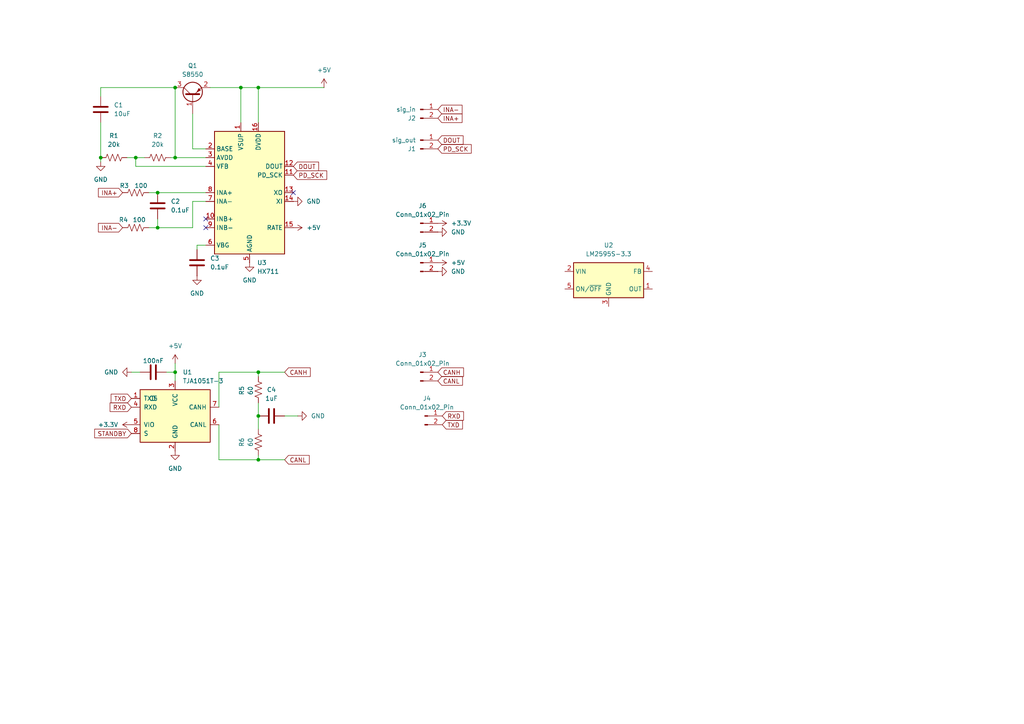
<source format=kicad_sch>
(kicad_sch (version 20231120) (generator "eeschema") (generator_version "8.0")
  (paper "A4")
  (lib_symbols
    (symbol "Analog_ADC:HX711"
      (property "Reference" "U" (at 5.08 21.59 0))
      (property "Value" "HX711" (at 7.62 19.05 0))
      (symbol "HX711_0_1"
        (rectangle (start -10.16 17.78) (end 10.16 -17.78) (stroke (width 0.254)) (fill (type background)))
      )
      (symbol "HX711_1_1"
        (pin power_in line (at -2.54 20.32 270) (length 2.54) (name "VSUP") (number "1"))
        (pin input line (at -12.7 -7.62 0) (length 2.54) (name "INB+") (number "10"))
        (pin input line (at 12.7 5.08 180) (length 2.54) (name "PD_SCK") (number "11"))
        (pin output line (at 12.7 7.62 180) (length 2.54) (name "DOUT") (number "12"))
        (pin passive line (at 12.7 0 180) (length 2.54) (name "XO") (number "13"))
        (pin passive line (at 12.7 -2.54 180) (length 2.54) (name "XI") (number "14"))
        (pin input line (at 12.7 -10.16 180) (length 2.54) (name "RATE") (number "15"))
        (pin power_in line (at 2.54 20.32 270) (length 2.54) (name "DVDD") (number "16"))
        (pin passive line (at -12.7 12.7 0) (length 2.54) (name "BASE") (number "2"))
        (pin power_in line (at -12.7 10.16 0) (length 2.54) (name "AVDD") (number "3"))
        (pin input line (at -12.7 7.62 0) (length 2.54) (name "VFB") (number "4"))
        (pin power_in line (at 0 -20.32 90) (length 2.54) (name "AGND") (number "5"))
        (pin passive line (at -12.7 -15.24 0) (length 2.54) (name "VBG") (number "6"))
        (pin input line (at -12.7 -2.54 0) (length 2.54) (name "INA-") (number "7"))
        (pin input line (at -12.7 0 0) (length 2.54) (name "INA+") (number "8"))
        (pin input line (at -12.7 -10.16 0) (length 2.54) (name "INB-") (number "9"))
      )
    )
    (symbol "Connector:Conn_01x02_Pin" (pin_names (offset 1.016) hide)
      (property "Reference" "J" (at 0 2.54 0))
      (property "Value" "Conn_01x02_Pin" (at 0 -5.08 0))
      (symbol "Conn_01x02_Pin_1_1"
        (polyline (pts (xy 1.27 -2.54) (xy 0.8636 -2.54)) (stroke (width 0.1524)))
        (polyline (pts (xy 1.27 0) (xy 0.8636 0)) (stroke (width 0.1524)))
        (rectangle (start 0.8636 -2.413) (end 0 -2.667) (stroke (width 0.1524)) (fill (type outline)))
        (rectangle (start 0.8636 0.127) (end 0 -0.127) (stroke (width 0.1524)) (fill (type outline)))
        (pin passive line (at 5.08 0 180) (length 3.81) (name "Pin_1") (number "1"))
        (pin passive line (at 5.08 -2.54 180) (length 3.81) (name "Pin_2") (number "2"))
      )
    )
    (symbol "Device:C" (pin_numbers hide) (pin_names (offset 0.254))
      (property "Reference" "C" (at 0.635 2.54 0))
      (property "Value" "C" (at 0.635 -2.54 0))
      (symbol "C_0_1"
        (polyline (pts (xy -2.032 -0.762) (xy 2.032 -0.762)) (stroke (width 0.508)))
        (polyline (pts (xy -2.032 0.762) (xy 2.032 0.762)) (stroke (width 0.508)))
      )
      (symbol "C_1_1"
        (pin passive line (at 0 3.81 270) (length 2.794) (name "~") (number "1"))
        (pin passive line (at 0 -3.81 90) (length 2.794) (name "~") (number "2"))
      )
    )
    (symbol "Device:R_US" (pin_numbers hide) (pin_names (offset 0))
      (property "Reference" "R" (at 2.54 0 90))
      (property "Value" "R_US" (at -2.54 0 90))
      (symbol "R_US_0_1"
        (polyline (pts (xy 0 -2.286) (xy 0 -2.54)))
        (polyline (pts (xy 0 2.286) (xy 0 2.54)))
        (polyline (pts (xy 0 -0.762) (xy 1.016 -1.143) (xy 0 -1.524) (xy -1.016 -1.905) (xy 0 -2.286)))
        (polyline (pts (xy 0 0.762) (xy 1.016 0.381) (xy 0 0) (xy -1.016 -0.381) (xy 0 -0.762)))
        (polyline (pts (xy 0 2.286) (xy 1.016 1.905) (xy 0 1.524) (xy -1.016 1.143) (xy 0 0.762)))
      )
      (symbol "R_US_1_1"
        (pin passive line (at 0 3.81 270) (length 1.27) (name "~") (number "1"))
        (pin passive line (at 0 -3.81 90) (length 1.27) (name "~") (number "2"))
      )
    )
    (symbol "Interface_CAN_LIN:TJA1051T-3" (pin_names (offset 1.016))
      (property "Reference" "U" (at -10.16 8.89 0))
      (property "Value" "TJA1051T-3" (at 1.27 8.89 0))
      (symbol "TJA1051T-3_0_1"
        (rectangle (start -10.16 7.62) (end 10.16 -7.62) (stroke (width 0.254)) (fill (type background)))
      )
      (symbol "TJA1051T-3_1_1"
        (pin input line (at -12.7 5.08 0) (length 2.54) (name "TXD") (number "1"))
        (pin power_in line (at 0 -10.16 90) (length 2.54) (name "GND") (number "2"))
        (pin power_in line (at 0 10.16 270) (length 2.54) (name "VCC") (number "3"))
        (pin output line (at -12.7 2.54 0) (length 2.54) (name "RXD") (number "4"))
        (pin power_in line (at -12.7 -2.54 0) (length 2.54) (name "VIO") (number "5"))
        (pin bidirectional line (at 12.7 -2.54 180) (length 2.54) (name "CANL") (number "6"))
        (pin bidirectional line (at 12.7 2.54 180) (length 2.54) (name "CANH") (number "7"))
        (pin input line (at -12.7 -5.08 0) (length 2.54) (name "S") (number "8"))
      )
    )
    (symbol "Regulator_Switching:LM2595S-3.3"
      (property "Reference" "U" (at -10.16 6.35 0))
      (property "Value" "LM2595S-3.3" (at 0 6.35 0))
      (symbol "LM2595S-3.3_0_1"
        (rectangle (start -10.16 5.08) (end 10.16 -5.08) (stroke (width 0.254)) (fill (type background)))
      )
      (symbol "LM2595S-3.3_1_1"
        (pin output line (at 12.7 -2.54 180) (length 2.54) (name "OUT") (number "1"))
        (pin power_in line (at -12.7 2.54 0) (length 2.54) (name "VIN") (number "2"))
        (pin power_in line (at 0 -7.62 90) (length 2.54) (name "GND") (number "3"))
        (pin input line (at 12.7 2.54 180) (length 2.54) (name "FB") (number "4"))
        (pin input line (at -12.7 -2.54 0) (length 2.54) (name "ON/~{OFF}") (number "5"))
      )
    )
    (symbol "Transistor_BJT:SS8550" (pin_names (offset 0) hide)
      (property "Reference" "Q" (at 5.08 1.905 0))
      (property "Value" "SS8550" (at 5.08 0 0))
      (symbol "SS8550_0_1"
        (polyline (pts (xy 0.635 0.635) (xy 2.54 2.54)))
        (polyline (pts (xy 0.635 -0.635) (xy 2.54 -2.54) (xy 2.54 -2.54)))
        (polyline (pts (xy 0.635 1.905) (xy 0.635 -1.905) (xy 0.635 -1.905)) (stroke (width 0.508)))
        (polyline (pts (xy 2.286 -1.778) (xy 1.778 -2.286) (xy 1.27 -1.27) (xy 2.286 -1.778) (xy 2.286 -1.778)) (fill (type outline)))
        (circle (center 1.27 0) (radius 2.8194) (stroke (width 0.254)))
      )
      (symbol "SS8550_1_1"
        (pin input line (at -5.08 0 0) (length 5.715) (name "B") (number "1"))
        (pin passive line (at 2.54 -5.08 90) (length 2.54) (name "E") (number "2"))
        (pin passive line (at 2.54 5.08 270) (length 2.54) (name "C") (number "3"))
      )
    )
    (symbol "power:+3.3V" (power) (pin_numbers hide) (pin_names (offset 0) hide)
      (property "Value" "+3.3V" (at 0 3.556 0))
      (symbol "+3.3V_0_1"
        (polyline (pts (xy -0.762 1.27) (xy 0 2.54)))
        (polyline (pts (xy 0 0) (xy 0 2.54)))
        (polyline (pts (xy 0 2.54) (xy 0.762 1.27)))
      )
      (symbol "+3.3V_1_1"
        (pin power_in line (at 0 0 90) (length 0) (name "~") (number "1"))
      )
    )
    (symbol "power:+5V" (power) (pin_numbers hide) (pin_names (offset 0) hide)
      (property "Value" "+5V" (at 0 3.556 0))
      (symbol "+5V_0_1"
        (polyline (pts (xy -0.762 1.27) (xy 0 2.54)))
        (polyline (pts (xy 0 0) (xy 0 2.54)))
        (polyline (pts (xy 0 2.54) (xy 0.762 1.27)))
      )
      (symbol "+5V_1_1"
        (pin power_in line (at 0 0 90) (length 0) (name "~") (number "1"))
      )
    )
    (symbol "power:GND" (power) (pin_numbers hide) (pin_names (offset 0) hide)
      (property "Value" "GND" (at 0 -3.81 0))
      (symbol "GND_0_1"
        (polyline (pts (xy 0 0) (xy 0 -1.27) (xy 1.27 -1.27) (xy 0 -2.54) (xy -1.27 -1.27) (xy 0 -1.27)))
      )
      (symbol "GND_1_1"
        (pin power_in line (at 0 0 270) (length 0) (name "~") (number "1"))
      )
    )
  )
  (junction (at 69.85 25.4))
  (junction (at 45.72 66.04))
  (junction (at 74.93 133.35))
  (junction (at 39.37 45.72))
  (junction (at 74.93 25.4))
  (junction (at 74.93 107.95))
  (junction (at 45.72 55.88))
  (junction (at 50.8 25.4))
  (junction (at 74.93 120.65))
  (junction (at 29.21 45.72))
  (junction (at 50.8 45.72))
  (junction (at 50.8 107.95))
  (no_connect (at 59.69 63.5))
  (no_connect (at 85.09 55.88))
  (no_connect (at 59.69 66.04))
  (wire (pts (xy 59.69 58.42) (xy 55.88 58.42)))
  (wire (pts (xy 74.93 116.84) (xy 74.93 120.65)))
  (wire (pts (xy 49.53 45.72) (xy 50.8 45.72)))
  (wire (pts (xy 45.72 63.5) (xy 45.72 66.04)))
  (wire (pts (xy 50.8 107.95) (xy 50.8 110.49)))
  (wire (pts (xy 74.93 107.95) (xy 63.5 107.95)))
  (wire (pts (xy 57.15 71.12) (xy 59.69 71.12)))
  (wire (pts (xy 29.21 35.56) (xy 29.21 45.72)))
  (wire (pts (xy 69.85 25.4) (xy 69.85 35.56)))
  (wire (pts (xy 74.93 120.65) (xy 74.93 124.46)))
  (wire (pts (xy 74.93 109.22) (xy 74.93 107.95)))
  (wire (pts (xy 55.88 33.02) (xy 55.88 43.18)))
  (wire (pts (xy 36.83 45.72) (xy 39.37 45.72)))
  (wire (pts (xy 48.26 107.95) (xy 50.8 107.95)))
  (wire (pts (xy 59.69 48.26) (xy 39.37 48.26)))
  (wire (pts (xy 55.88 58.42) (xy 55.88 66.04)))
  (wire (pts (xy 82.55 133.35) (xy 74.93 133.35)))
  (wire (pts (xy 63.5 107.95) (xy 63.5 118.11)))
  (wire (pts (xy 63.5 123.19) (xy 63.5 133.35)))
  (wire (pts (xy 82.55 107.95) (xy 74.93 107.95)))
  (wire (pts (xy 55.88 43.18) (xy 59.69 43.18)))
  (wire (pts (xy 50.8 25.4) (xy 50.8 45.72)))
  (wire (pts (xy 69.85 25.4) (xy 74.93 25.4)))
  (wire (pts (xy 82.55 120.65) (xy 86.36 120.65)))
  (wire (pts (xy 39.37 45.72) (xy 41.91 45.72)))
  (wire (pts (xy 29.21 25.4) (xy 50.8 25.4)))
  (wire (pts (xy 74.93 25.4) (xy 93.98 25.4)))
  (wire (pts (xy 38.1 107.95) (xy 40.64 107.95)))
  (wire (pts (xy 74.93 133.35) (xy 63.5 133.35)))
  (wire (pts (xy 74.93 25.4) (xy 74.93 35.56)))
  (wire (pts (xy 57.15 72.39) (xy 57.15 71.12)))
  (wire (pts (xy 50.8 45.72) (xy 59.69 45.72)))
  (wire (pts (xy 74.93 132.08) (xy 74.93 133.35)))
  (wire (pts (xy 29.21 46.99) (xy 29.21 45.72)))
  (wire (pts (xy 50.8 105.41) (xy 50.8 107.95)))
  (wire (pts (xy 45.72 66.04) (xy 43.18 66.04)))
  (wire (pts (xy 39.37 48.26) (xy 39.37 45.72)))
  (wire (pts (xy 43.18 55.88) (xy 45.72 55.88)))
  (wire (pts (xy 29.21 27.94) (xy 29.21 25.4)))
  (wire (pts (xy 45.72 55.88) (xy 59.69 55.88)))
  (wire (pts (xy 55.88 66.04) (xy 45.72 66.04)))
  (wire (pts (xy 60.96 25.4) (xy 69.85 25.4)))
  (global_label "DOUT" (shape input) (at 127 40.64 0) (property "Intersheetrefs" "${INTERSHEET_REFS}" (effects (hide yes))))
  (global_label "INA-" (shape input) (at 35.56 66.04 180) (property "Intersheetrefs" "${INTERSHEET_REFS}" (effects (hide yes))))
  (global_label "CANH" (shape input) (at 82.55 107.95 0) (property "Intersheetrefs" "${INTERSHEET_REFS}" (effects (hide yes))))
  (global_label "TXD" (shape input) (at 128.27 123.19 0) (property "Intersheetrefs" "${INTERSHEET_REFS}" (effects (hide yes))))
  (global_label "DOUT" (shape input) (at 85.09 48.26 0) (property "Intersheetrefs" "${INTERSHEET_REFS}" (effects (hide yes))))
  (global_label "CANH" (shape input) (at 127 107.95 0) (property "Intersheetrefs" "${INTERSHEET_REFS}" (effects (hide yes))))
  (global_label "INA+" (shape input) (at 35.56 55.88 180) (property "Intersheetrefs" "${INTERSHEET_REFS}" (effects (hide yes))))
  (global_label "RXD" (shape input) (at 128.27 120.65 0) (property "Intersheetrefs" "${INTERSHEET_REFS}" (effects (hide yes))))
  (global_label "TXD" (shape input) (at 38.1 115.57 180) (property "Intersheetrefs" "${INTERSHEET_REFS}" (effects (hide yes))))
  (global_label "INA+" (shape input) (at 127 34.29 0) (property "Intersheetrefs" "${INTERSHEET_REFS}" (effects (hide yes))))
  (global_label "STANDBY" (shape input) (at 38.1 125.73 180) (property "Intersheetrefs" "${INTERSHEET_REFS}" (effects (hide yes))))
  (global_label "CANL" (shape input) (at 82.55 133.35 0) (property "Intersheetrefs" "${INTERSHEET_REFS}" (effects (hide yes))))
  (global_label "CANL" (shape input) (at 127 110.49 0) (property "Intersheetrefs" "${INTERSHEET_REFS}" (effects (hide yes))))
  (global_label "PD_SCK" (shape input) (at 85.09 50.8 0) (property "Intersheetrefs" "${INTERSHEET_REFS}" (effects (hide yes))))
  (global_label "RXD" (shape input) (at 38.1 118.11 180) (property "Intersheetrefs" "${INTERSHEET_REFS}" (effects (hide yes))))
  (global_label "INA-" (shape input) (at 127 31.75 0) (property "Intersheetrefs" "${INTERSHEET_REFS}" (effects (hide yes))))
  (global_label "PD_SCK" (shape input) (at 127 43.18 0) (property "Intersheetrefs" "${INTERSHEET_REFS}" (effects (hide yes))))
  (symbol (lib_id "power:GND") (at 50.8 130.81 0) (unit 1)
    (property "Reference" "#PWR011" (effects (hide yes)))
    (property "Value" "GND" (at 50.8 135.89 0))
    (property "Description" "Power symbol creates a global label with name \"GND\" , ground" (effects (hide yes)))
  )
  (symbol (lib_id "Device:R_US") (at 33.02 45.72 90) (unit 1)
    (property "Reference" "R1" (at 33.02 39.37 90))
    (property "Value" "20k" (at 33.02 41.91 90))
    (property "Description" "Resistor, US symbol" (effects (hide yes)))
  )
  (symbol (lib_id "Connector:Conn_01x02_Pin") (at 121.92 31.75 0) (unit 1)
    (property "Reference" "J2" (at 120.65 34.2901 0) (effects (justify right)))
    (property "Value" "sig_in" (at 120.65 31.7501 0) (effects (justify right)))
    (property "Description" "Generic connector, single row, 01x02, script generated" (effects (hide yes)))
  )
  (symbol (lib_id "Device:R_US") (at 39.37 55.88 270) (unit 1)
    (property "Reference" "R3" (at 36.068 53.848 90))
    (property "Value" "100" (at 40.894 53.848 90))
    (property "Description" "Resistor, US symbol" (effects (hide yes)))
  )
  (symbol (lib_id "Device:C") (at 45.72 59.69 0) (unit 1)
    (property "Reference" "C2" (at 49.53 58.4199 0) (effects (justify left)))
    (property "Value" "0.1uF" (at 49.53 60.9599 0) (effects (justify left)))
    (property "Description" "Unpolarized capacitor" (effects (hide yes)))
  )
  (symbol (lib_id "power:GND") (at 127 78.74 90) (unit 1)
    (property "Reference" "#PWR015" (effects (hide yes)))
    (property "Value" "GND" (at 130.81 78.7399 90) (effects (justify right)))
    (property "Description" "Power symbol creates a global label with name \"GND\" , ground" (effects (hide yes)))
  )
  (symbol (lib_id "Device:C") (at 29.21 31.75 0) (unit 1)
    (property "Reference" "C1" (at 33.02 30.4799 0) (effects (justify left)))
    (property "Value" "10uF" (at 33.02 33.0199 0) (effects (justify left)))
    (property "Description" "Unpolarized capacitor" (effects (hide yes)))
  )
  (symbol (lib_id "power:+5V") (at 93.98 25.4 0) (unit 1)
    (property "Reference" "#PWR07" (effects (hide yes)))
    (property "Value" "+5V" (at 93.98 20.32 0))
    (property "Description" "Power symbol creates a global label with name \"+5V\"" (effects (hide yes)))
  )
  (symbol (lib_id "Device:C") (at 57.15 76.2 0) (unit 1)
    (property "Reference" "C3" (at 60.96 74.9299 0) (effects (justify left)))
    (property "Value" "0.1uF" (at 60.96 77.4699 0) (effects (justify left)))
    (property "Description" "Unpolarized capacitor" (effects (hide yes)))
  )
  (symbol (lib_id "power:GND") (at 29.21 46.99 0) (unit 1)
    (property "Reference" "#PWR06" (effects (hide yes)))
    (property "Value" "GND" (at 29.21 52.07 0))
    (property "Description" "Power symbol creates a global label with name \"GND\" , ground" (effects (hide yes)))
  )
  (symbol (lib_id "Interface_CAN_LIN:TJA1051T-3") (at 50.8 120.65 0) (unit 1)
    (property "Reference" "U1" (at 52.9941 107.95 0) (effects (justify left)))
    (property "Value" "TJA1051T-3" (at 52.9941 110.49 0) (effects (justify left)))
    (property "Footprint" "Package_SO:SOIC-8_3.9x4.9mm_P1.27mm" (effects (hide yes)))
    (property "Datasheet" "http://www.nxp.com/docs/en/data-sheet/TJA1051.pdf" (effects (hide yes)))
    (property "Description" "High-Speed CAN Transceiver, separate VIO, silent mode, SOIC-8" (effects (hide yes)))
  )
  (symbol (lib_id "power:GND") (at 57.15 80.01 0) (unit 1)
    (property "Reference" "#PWR04" (effects (hide yes)))
    (property "Value" "GND" (at 57.15 85.09 0))
    (property "Description" "Power symbol creates a global label with name \"GND\" , ground" (effects (hide yes)))
  )
  (symbol (lib_id "power:+3.3V") (at 38.1 123.19 90) (unit 1)
    (property "Reference" "#PWR01" (effects (hide yes)))
    (property "Value" "+3.3V" (at 34.29 123.1899 90) (effects (justify left)))
    (property "Description" "Power symbol creates a global label with name \"+3.3V\"" (effects (hide yes)))
  )
  (symbol (lib_id "power:+3.3V") (at 127 64.77 270) (unit 1)
    (property "Reference" "#PWR02" (effects (hide yes)))
    (property "Value" "+3.3V" (at 130.81 64.7699 90) (effects (justify left)))
    (property "Description" "Power symbol creates a global label with name \"+3.3V\"" (effects (hide yes)))
  )
  (symbol (lib_id "power:GND") (at 86.36 120.65 90) (unit 1)
    (property "Reference" "#PWR09" (effects (hide yes)))
    (property "Value" "GND" (at 90.17 120.6499 90) (effects (justify right)))
    (property "Description" "Power symbol creates a global label with name \"GND\" , ground" (effects (hide yes)))
  )
  (symbol (lib_id "Connector:Conn_01x02_Pin") (at 121.92 76.2 0) (unit 1)
    (property "Reference" "J5" (at 122.555 71.12 0))
    (property "Value" "Conn_01x02_Pin" (at 122.555 73.66 0))
    (property "Description" "Generic connector, single row, 01x02, script generated" (effects (hide yes)))
  )
  (symbol (lib_id "power:GND") (at 85.09 58.42 90) (unit 1)
    (property "Reference" "#PWR03" (effects (hide yes)))
    (property "Value" "GND" (at 88.9 58.4199 90) (effects (justify right)))
    (property "Description" "Power symbol creates a global label with name \"GND\" , ground" (effects (hide yes)))
  )
  (symbol (lib_id "Regulator_Switching:LM2595S-3.3") (at 176.53 81.28 0) (unit 1)
    (property "Reference" "U2" (at 176.53 71.12 0))
    (property "Value" "LM2595S-3.3" (at 176.53 73.66 0))
    (property "Footprint" "Package_TO_SOT_SMD:TO-263-5_TabPin3" (effects (hide yes)))
    (property "Datasheet" "http://www.ti.com.cn/cn/lit/ds/symlink/lm2595.pdf" (effects (hide yes)))
    (property "Description" "3.3V, 1A Step-Down Voltage Regulator, TO-263-5" (effects (hide yes)))
  )
  (symbol (lib_id "Device:R_US") (at 74.93 128.27 180) (unit 1)
    (property "Reference" "R6" (at 70.104 128.27 90))
    (property "Value" "60" (at 72.644 128.27 90))
    (property "Description" "Resistor, US symbol" (effects (hide yes)))
  )
  (symbol (lib_id "Device:C") (at 44.45 107.95 90) (unit 1)
    (property "Reference" "C5" (at 44.45 115.57 90))
    (property "Value" "100nF" (at 44.45 104.648 90))
    (property "Description" "Unpolarized capacitor" (effects (hide yes)))
  )
  (symbol (lib_id "power:GND") (at 38.1 107.95 270) (unit 1)
    (property "Reference" "#PWR012" (effects (hide yes)))
    (property "Value" "GND" (at 34.29 107.9501 90) (effects (justify right)))
    (property "Description" "Power symbol creates a global label with name \"GND\" , ground" (effects (hide yes)))
  )
  (symbol (lib_id "power:GND") (at 72.39 76.2 0) (unit 1)
    (property "Reference" "#PWR05" (effects (hide yes)))
    (property "Value" "GND" (at 72.39 81.28 0))
    (property "Description" "Power symbol creates a global label with name \"GND\" , ground" (effects (hide yes)))
  )
  (symbol (lib_id "power:GND") (at 127 67.31 90) (unit 1)
    (property "Reference" "#PWR014" (effects (hide yes)))
    (property "Value" "GND" (at 130.81 67.3099 90) (effects (justify right)))
    (property "Description" "Power symbol creates a global label with name \"GND\" , ground" (effects (hide yes)))
  )
  (symbol (lib_id "Connector:Conn_01x02_Pin") (at 121.92 64.77 0) (unit 1)
    (property "Reference" "J6" (at 122.555 59.69 0))
    (property "Value" "Conn_01x02_Pin" (at 122.555 62.23 0))
    (property "Description" "Generic connector, single row, 01x02, script generated" (effects (hide yes)))
  )
  (symbol (lib_id "power:+5V") (at 50.8 105.41 0) (unit 1)
    (property "Reference" "#PWR010" (effects (hide yes)))
    (property "Value" "+5V" (at 50.8 100.33 0))
    (property "Description" "Power symbol creates a global label with name \"+5V\"" (effects (hide yes)))
  )
  (symbol (lib_id "Transistor_BJT:SS8550") (at 55.88 27.94 90) (unit 1)
    (property "Reference" "Q1" (at 55.88 19.05 90))
    (property "Value" "S8550" (at 55.88 21.59 90))
    (property "Footprint" "Package_TO_SOT_SMD:SOT-23" (effects (hide yes)))
    (property "Datasheet" "http://www.secosgmbh.com/datasheet/products/SSMPTransistor/SOT-23/SS8550.pdf" (effects (hide yes)))
    (property "Description" "General Purpose PNP Transistor, 1.5A Ic, 25V Vce, SOT-23" (effects (hide yes)))
  )
  (symbol (lib_id "Connector:Conn_01x02_Pin") (at 123.19 120.65 0) (unit 1)
    (property "Reference" "J4" (at 123.825 115.57 0))
    (property "Value" "Conn_01x02_Pin" (at 123.825 118.11 0))
    (property "Description" "Generic connector, single row, 01x02, script generated" (effects (hide yes)))
  )
  (symbol (lib_id "Connector:Conn_01x02_Pin") (at 121.92 107.95 0) (unit 1)
    (property "Reference" "J3" (at 122.555 102.87 0))
    (property "Value" "Conn_01x02_Pin" (at 122.555 105.41 0))
    (property "Description" "Generic connector, single row, 01x02, script generated" (effects (hide yes)))
  )
  (symbol (lib_id "Device:R_US") (at 39.37 66.04 270) (unit 1)
    (property "Reference" "R4" (at 35.814 63.754 90))
    (property "Value" "100" (at 40.386 63.754 90))
    (property "Description" "Resistor, US symbol" (effects (hide yes)))
  )
  (symbol (lib_id "Connector:Conn_01x02_Pin") (at 121.92 40.64 0) (unit 1)
    (property "Reference" "J1" (at 120.65 43.1801 0) (effects (justify right)))
    (property "Value" "sig_out" (at 120.65 40.6401 0) (effects (justify right)))
    (property "Description" "Generic connector, single row, 01x02, script generated" (effects (hide yes)))
  )
  (symbol (lib_id "Device:R_US") (at 74.93 113.03 180) (unit 1)
    (property "Reference" "R5" (at 70.104 113.284 90))
    (property "Value" "60" (at 72.644 113.284 90))
    (property "Description" "Resistor, US symbol" (effects (hide yes)))
  )
  (symbol (lib_id "power:+5V") (at 85.09 66.04 270) (unit 1)
    (property "Reference" "#PWR08" (effects (hide yes)))
    (property "Value" "+5V" (at 88.9 66.0399 90) (effects (justify left)))
    (property "Description" "Power symbol creates a global label with name \"+5V\"" (effects (hide yes)))
  )
  (symbol (lib_id "Device:C") (at 78.74 120.65 270) (unit 1)
    (property "Reference" "C4" (at 78.74 113.03 90))
    (property "Value" "1uF" (at 78.74 115.57 90))
    (property "Description" "Unpolarized capacitor" (effects (hide yes)))
  )
  (symbol (lib_id "power:+5V") (at 127 76.2 270) (unit 1)
    (property "Reference" "#PWR013" (effects (hide yes)))
    (property "Value" "+5V" (at 130.81 76.1999 90) (effects (justify left)))
    (property "Description" "Power symbol creates a global label with name \"+5V\"" (effects (hide yes)))
  )
  (symbol (lib_id "Analog_ADC:HX711") (at 72.39 55.88 0) (unit 1)
    (property "Reference" "U3" (at 74.5841 76.2 0) (effects (justify left)))
    (property "Value" "HX711" (at 74.5841 78.74 0) (effects (justify left)))
    (property "Footprint" "Package_SO:SOP-16_3.9x9.9mm_P1.27mm" (effects (hide yes)))
    (property "Datasheet" "https://web.archive.org/web/20220615044707/https://akizukidenshi.com/download/ds/avia/hx711.pdf" (effects (hide yes)))
    (property "Description" "24-Bit Analog-to-Digital Converter (ADC) for Weight Scales" (effects (hide yes)))
  )
  (symbol (lib_id "Device:R_US") (at 45.72 45.72 90) (unit 1)
    (property "Reference" "R2" (at 45.72 39.37 90))
    (property "Value" "20k" (at 45.72 41.91 90))
    (property "Description" "Resistor, US symbol" (effects (hide yes)))
  )
)
</source>
